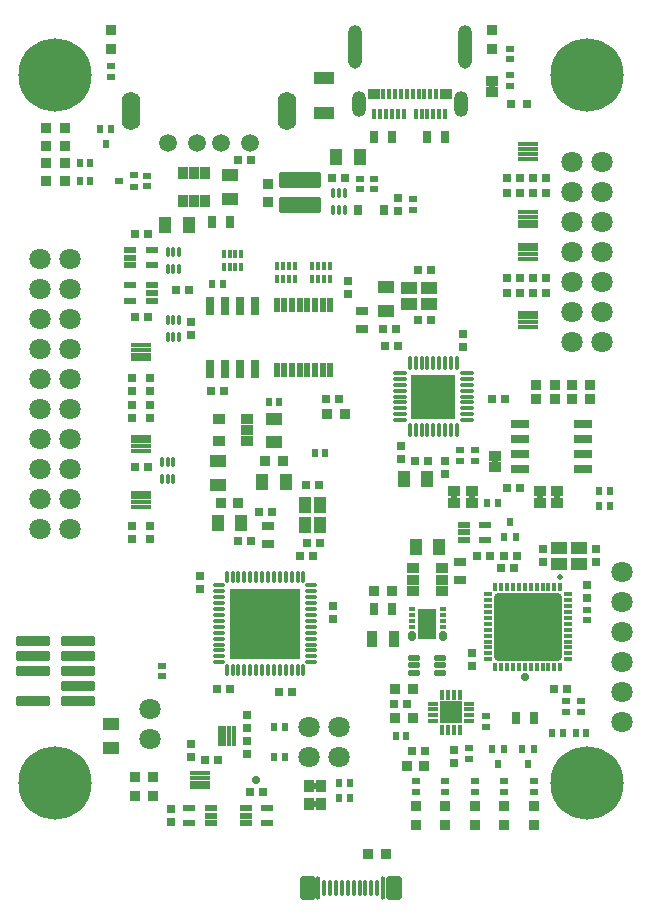
<source format=gts>
%FSLAX46Y46*%
%MOMM*%
%AMPS56*
21,1,1.100000,0.900000,0.000000,0.000000,0.000000*
%
%ADD56PS56*%
%AMPS113*
21,1,1.100000,0.900000,0.000000,0.000000,90.000000*
%
%ADD113PS113*%
%AMPS95*
21,1,1.100000,0.900000,0.000000,0.000000,270.000000*
%
%ADD95PS95*%
%AMPS60*
1,1,1.500000,0.000000,0.000000*
%
%ADD60PS60*%
%AMPS26*
1,1,1.800000,0.000000,0.000000*
%
%ADD26PS26*%
%AMPS85*
1,1,1.800000,0.000000,0.000000*
%
%ADD85PS85*%
%AMPS27*
1,1,1.800000,0.000000,0.000000*
%
%ADD27PS27*%
%AMPS79*
1,1,1.800000,0.000000,0.000000*
%
%ADD79PS79*%
%AMPS62*
1,1,1.500000,0.000000,0.000000*
%
%ADD62PS62*%
%AMPS30*
1,1,1.800000,0.000000,0.000000*
%
%ADD30PS30*%
%AMPS61*
1,1,1.500000,0.000000,0.000000*
%
%ADD61PS61*%
%AMPS29*
1,1,1.800000,0.000000,0.000000*
%
%ADD29PS29*%
%AMPS86*
1,1,1.800000,0.000000,0.000000*
%
%ADD86PS86*%
%AMPS28*
1,1,1.800000,0.000000,0.000000*
%
%ADD28PS28*%
%AMPS78*
1,1,1.800000,0.000000,0.000000*
%
%ADD78PS78*%
%AMPS25*
1,1,1.800000,0.000000,0.000000*
%
%ADD25PS25*%
%AMPS65*
21,1,0.800000,1.100000,0.000000,0.000000,90.000000*
%
%ADD65PS65*%
%AMPS98*
21,1,0.800000,1.100000,0.000000,0.000000,180.000000*
%
%ADD98PS98*%
%AMPS111*
21,1,0.800000,1.100000,0.000000,0.000000,270.000000*
%
%ADD111PS111*%
%AMPS73*
21,1,0.900000,0.900000,0.000000,0.000000,0.000000*
%
%ADD73PS73*%
%AMPS31*
21,1,0.900000,0.900000,0.000000,0.000000,90.000000*
%
%ADD31PS31*%
%AMPS12*
21,1,0.900000,0.900000,0.000000,0.000000,180.000000*
%
%ADD12PS12*%
%AMPS57*
21,1,0.900000,0.900000,0.000000,0.000000,270.000000*
%
%ADD57PS57*%
%AMPS67*
21,1,0.550000,1.150000,0.000000,0.000000,0.000000*
%
%ADD67PS67*%
%AMPS66*
21,1,0.550000,1.150000,0.000000,0.000000,180.000000*
%
%ADD66PS66*%
%AMPS74*
21,1,1.100000,1.350000,0.000000,0.000000,0.000000*
%
%ADD74PS74*%
%AMPS75*
21,1,1.100000,1.350000,0.000000,0.000000,90.000000*
%
%ADD75PS75*%
%AMPS58*
21,1,1.100000,1.350000,0.000000,0.000000,180.000000*
%
%ADD58PS58*%
%AMPS64*
21,1,1.100000,1.350000,0.000000,0.000000,270.000000*
%
%ADD64PS64*%
%AMPS32*
21,1,0.700000,0.600000,0.000000,0.000000,0.000000*
%
%ADD32PS32*%
%AMPS14*
21,1,0.700000,0.600000,0.000000,0.000000,90.000000*
%
%ADD14PS14*%
%AMPS13*
21,1,0.700000,0.600000,0.000000,0.000000,180.000000*
%
%ADD13PS13*%
%AMPS15*
21,1,0.700000,0.600000,0.000000,0.000000,270.000000*
%
%ADD15PS15*%
%AMPS36*
21,1,0.800000,1.400000,0.000000,0.000000,0.000000*
%
%ADD36PS36*%
%AMPS87*
21,1,0.610000,0.500000,0.000000,0.000000,90.000000*
%
%ADD87PS87*%
%AMPS21*
21,1,0.610000,0.500000,0.000000,0.000000,180.000000*
%
%ADD21PS21*%
%AMPS38*
21,1,0.610000,0.500000,0.000000,0.000000,270.000000*
%
%ADD38PS38*%
%AMPS105*
21,1,1.000000,0.800000,0.000000,0.000000,180.000000*
%
%ADD105PS105*%
%AMPS54*
21,1,0.900000,0.850000,0.000000,0.000000,0.000000*
%
%ADD54PS54*%
%AMPS22*
21,1,0.900000,0.850000,0.000000,0.000000,180.000000*
%
%ADD22PS22*%
%AMPS97*
21,1,0.900000,0.850000,0.000000,0.000000,270.000000*
%
%ADD97PS97*%
%AMPS40*
21,1,1.300000,1.100000,0.000000,0.000000,0.000000*
%
%ADD40PS40*%
%AMPS84*
21,1,1.300000,1.100000,0.000000,0.000000,90.000000*
%
%ADD84PS84*%
%AMPS112*
21,1,1.300000,1.100000,0.000000,0.000000,180.000000*
%
%ADD112PS112*%
%AMPS103*
21,1,0.400000,0.800000,0.000000,0.000000,180.000000*
%
%ADD103PS103*%
%AMPS110*
21,1,0.700000,1.600000,0.000000,0.000000,0.000000*
%
%ADD110PS110*%
%AMPS93*
21,1,0.700000,1.600000,0.000000,0.000000,90.000000*
%
%ADD93PS93*%
%AMPS109*
21,1,0.700000,1.600000,0.000000,0.000000,180.000000*
%
%ADD109PS109*%
%AMPS94*
21,1,0.700000,1.600000,0.000000,0.000000,270.000000*
%
%ADD94PS94*%
%AMPS53*
21,1,0.500000,0.700000,0.000000,0.000000,0.000000*
%
%ADD53PS53*%
%AMPS39*
21,1,0.500000,0.700000,0.000000,0.000000,90.000000*
%
%ADD39PS39*%
%AMPS41*
21,1,0.500000,0.700000,0.000000,0.000000,180.000000*
%
%ADD41PS41*%
%AMPS37*
21,1,0.500000,0.700000,0.000000,0.000000,270.000000*
%
%ADD37PS37*%
%AMPS43*
21,1,0.300000,0.800000,0.000000,0.000000,0.000000*
%
%ADD43PS43*%
%AMPS44*
21,1,0.300000,0.800000,0.000000,0.000000,90.000000*
%
%ADD44PS44*%
%AMPS42*
21,1,0.300000,0.800000,0.000000,0.000000,180.000000*
%
%ADD42PS42*%
%AMPS45*
21,1,0.300000,0.800000,0.000000,0.000000,270.000000*
%
%ADD45PS45*%
%AMPS96*
21,1,0.600000,1.000000,0.000000,0.000000,0.000000*
%
%ADD96PS96*%
%AMPS99*
21,1,0.600000,1.000000,0.000000,0.000000,90.000000*
%
%ADD99PS99*%
%AMPS55*
21,1,0.600000,1.000000,0.000000,0.000000,180.000000*
%
%ADD55PS55*%
%AMPS72*
21,1,0.930000,0.730000,0.000000,0.000000,90.000000*
%
%ADD72PS72*%
%AMPS71*
21,1,0.930000,0.730000,0.000000,0.000000,270.000000*
%
%ADD71PS71*%
%AMPS33*
21,1,1.100000,1.700000,0.000000,0.000000,90.000000*
%
%ADD33PS33*%
%AMPS52*
21,1,1.850000,1.850000,0.000000,0.000000,0.000000*
%
%ADD52PS52*%
%AMPS16*
21,1,3.800000,3.800000,0.000000,0.000000,0.000000*
%
%ADD16PS16*%
%AMPS120*
1,1,0.400000,0.000000,0.000000*
%
%ADD120PS120*%
%AMPS127*
1,1,0.700000,0.000000,0.000000*
%
%ADD127PS127*%
%AMPS122*
1,1,0.500000,0.000000,0.000000*
%
%ADD122PS122*%
%AMPS124*
1,1,0.600000,0.000000,0.000000*
%
%ADD124PS124*%
%AMPS125*
1,1,0.600000,0.000000,0.000000*
%
%ADD125PS125*%
%AMPS126*
1,1,0.400000,0.000000,0.000000*
%
%ADD126PS126*%
%AMPS128*
1,1,0.600000,0.000000,0.000000*
%
%ADD128PS128*%
%AMPS121*
1,1,0.600000,0.000000,0.000000*
%
%ADD121PS121*%
%AMPS119*
1,1,0.600000,0.000000,0.000000*
%
%ADD119PS119*%
%AMPS123*
1,1,0.600000,0.000000,0.000000*
%
%ADD123PS123*%
%AMPS129*
1,1,0.700000,0.000000,0.000000*
%
%ADD129PS129*%
%AMPS104*
4,1,4,
-0.600000,0.750000,
0.600000,0.750000,
0.600000,-1.750000,
-0.600000,-1.750000,
-0.600000,0.750000,
0
*
1,1,1.200000,0.000000,-1.750000*
1,1,1.200000,0.000000,0.750000*
%
%ADD104PS104*%
%AMPS106*
4,1,4,
-0.600000,0.750000,
0.600000,0.750000,
0.600000,-1.750000,
-0.600000,-1.750000,
-0.600000,0.750000,
0
*
1,1,1.200000,0.000000,-1.750000*
1,1,1.200000,0.000000,0.750000*
%
%ADD106PS106*%
%AMPS108*
21,1,1.000000,1.200000,0.000000,0.000000,270.000000*
1,1,1.200000,0.000000,-0.500000*
1,1,1.200000,0.000000,0.500000*
%
%ADD108PS108*%
%AMPS107*
21,1,1.000000,1.200000,0.000000,0.000000,270.000000*
1,1,1.200000,0.000000,-0.500000*
1,1,1.200000,0.000000,0.500000*
%
%ADD107PS107*%
%AMPS59*
21,1,1.640000,1.600000,0.000000,0.000000,270.000000*
1,1,1.600000,0.000000,-0.820000*
1,1,1.600000,0.000000,0.820000*
%
%ADD59PS59*%
%AMPS63*
21,1,1.640000,1.600000,0.000000,0.000000,270.000000*
1,1,1.600000,0.000000,-0.820000*
1,1,1.600000,0.000000,0.820000*
%
%ADD63PS63*%
%AMPS81*
1,1,0.200000,-0.175000,-0.075000*
1,1,0.200000,0.175000,0.075000*
1,1,0.200000,-0.175000,0.075000*
1,1,0.200000,0.175000,-0.075000*
21,1,0.350000,0.350000,0.000000,0.000000,90.000000*
21,1,0.150000,0.550000,0.000000,0.000000,90.000000*
%
%ADD81PS81*%
%AMPS80*
1,1,0.200000,0.175000,0.075000*
1,1,0.200000,-0.175000,-0.075000*
1,1,0.200000,0.175000,-0.075000*
1,1,0.200000,-0.175000,0.075000*
21,1,0.350000,0.350000,0.000000,0.000000,270.000000*
21,1,0.150000,0.550000,0.000000,0.000000,270.000000*
%
%ADD80PS80*%
%AMPS118*
1,1,0.500000,2.600000,2.600000*
1,1,0.500000,-2.600000,-2.600000*
1,1,0.500000,2.600000,-2.600000*
1,1,0.500000,-2.600000,2.600000*
21,1,5.700000,5.200000,0.000000,0.000000,270.000000*
21,1,5.200000,5.700000,0.000000,0.000000,270.000000*
%
%ADD118PS118*%
%AMPS46*
1,1,0.200000,-0.100000,0.275000*
1,1,0.200000,0.100000,-0.275000*
1,1,0.200000,0.100000,0.275000*
1,1,0.200000,-0.100000,-0.275000*
21,1,0.400000,0.550000,0.000000,0.000000,0.000000*
21,1,0.200000,0.750000,0.000000,0.000000,0.000000*
%
%ADD46PS46*%
%AMPS47*
1,1,0.200000,0.100000,-0.275000*
1,1,0.200000,-0.100000,0.275000*
1,1,0.200000,-0.100000,-0.275000*
1,1,0.200000,0.100000,0.275000*
21,1,0.400000,0.550000,0.000000,0.000000,180.000000*
21,1,0.200000,0.750000,0.000000,0.000000,180.000000*
%
%ADD47PS47*%
%AMPS115*
1,1,0.200000,-0.100000,0.225000*
1,1,0.200000,0.100000,-0.225000*
1,1,0.200000,0.100000,0.225000*
1,1,0.200000,-0.100000,-0.225000*
21,1,0.400000,0.450000,0.000000,0.000000,0.000000*
21,1,0.200000,0.650000,0.000000,0.000000,0.000000*
%
%ADD115PS115*%
%AMPS116*
1,1,0.200000,-0.225000,-0.100000*
1,1,0.200000,0.225000,0.100000*
1,1,0.200000,-0.225000,0.100000*
1,1,0.200000,0.225000,-0.100000*
21,1,0.400000,0.450000,0.000000,0.000000,90.000000*
21,1,0.200000,0.650000,0.000000,0.000000,90.000000*
%
%ADD116PS116*%
%AMPS117*
1,1,0.200000,0.100000,-0.225000*
1,1,0.200000,-0.100000,0.225000*
1,1,0.200000,-0.100000,-0.225000*
1,1,0.200000,0.100000,0.225000*
21,1,0.400000,0.450000,0.000000,0.000000,180.000000*
21,1,0.200000,0.650000,0.000000,0.000000,180.000000*
%
%ADD117PS117*%
%AMPS114*
1,1,0.200000,0.225000,0.100000*
1,1,0.200000,-0.225000,-0.100000*
1,1,0.200000,0.225000,-0.100000*
1,1,0.200000,-0.225000,0.100000*
21,1,0.400000,0.450000,0.000000,0.000000,270.000000*
21,1,0.200000,0.650000,0.000000,0.000000,270.000000*
%
%ADD114PS114*%
%AMPS20*
1,1,0.200000,-0.070000,0.475000*
1,1,0.200000,0.070000,-0.475000*
1,1,0.200000,0.070000,0.475000*
1,1,0.200000,-0.070000,-0.475000*
21,1,0.340000,0.950000,0.000000,0.000000,0.000000*
21,1,0.140000,1.150000,0.000000,0.000000,0.000000*
%
%ADD20PS20*%
%AMPS18*
1,1,0.200000,-0.475000,-0.070000*
1,1,0.200000,0.475000,0.070000*
1,1,0.200000,-0.475000,0.070000*
1,1,0.200000,0.475000,-0.070000*
21,1,0.340000,0.950000,0.000000,0.000000,90.000000*
21,1,0.140000,1.150000,0.000000,0.000000,90.000000*
%
%ADD18PS18*%
%AMPS17*
1,1,0.200000,0.070000,-0.475000*
1,1,0.200000,-0.070000,0.475000*
1,1,0.200000,-0.070000,-0.475000*
1,1,0.200000,0.070000,0.475000*
21,1,0.340000,0.950000,0.000000,0.000000,180.000000*
21,1,0.140000,1.150000,0.000000,0.000000,180.000000*
%
%ADD17PS17*%
%AMPS19*
1,1,0.200000,0.475000,0.070000*
1,1,0.200000,-0.475000,-0.070000*
1,1,0.200000,0.475000,-0.070000*
1,1,0.200000,-0.475000,0.070000*
21,1,0.340000,0.950000,0.000000,0.000000,270.000000*
21,1,0.140000,1.150000,0.000000,0.000000,270.000000*
%
%ADD19PS19*%
%AMPS69*
1,1,0.300000,-0.490000,0.825000*
1,1,0.300000,0.490000,-0.825000*
1,1,0.300000,0.490000,0.825000*
1,1,0.300000,-0.490000,-0.825000*
21,1,1.280000,1.650000,0.000000,0.000000,0.000000*
21,1,0.980000,1.950000,0.000000,0.000000,0.000000*
%
%ADD69PS69*%
%AMPS83*
1,1,0.300000,0.650000,-1.150000*
1,1,0.300000,-0.650000,1.150000*
1,1,0.300000,-0.650000,-1.150000*
1,1,0.300000,0.650000,1.150000*
21,1,1.600000,2.300000,0.000000,0.000000,180.000000*
21,1,1.300000,2.600000,0.000000,0.000000,180.000000*
%
%ADD83PS83*%
%AMPS34*
1,1,0.200000,-0.100000,0.285000*
1,1,0.200000,0.100000,-0.285000*
1,1,0.200000,0.100000,0.285000*
1,1,0.200000,-0.100000,-0.285000*
21,1,0.400000,0.570000,0.000000,0.000000,0.000000*
21,1,0.200000,0.770000,0.000000,0.000000,0.000000*
%
%ADD34PS34*%
%AMPS35*
1,1,0.200000,0.100000,-0.285000*
1,1,0.200000,-0.100000,0.285000*
1,1,0.200000,-0.100000,-0.285000*
1,1,0.200000,0.100000,0.285000*
21,1,0.400000,0.570000,0.000000,0.000000,180.000000*
21,1,0.200000,0.770000,0.000000,0.000000,180.000000*
%
%ADD35PS35*%
%AMPS100*
1,1,0.300000,-1.300000,-0.300000*
1,1,0.300000,1.300000,0.300000*
1,1,0.300000,-1.300000,0.300000*
1,1,0.300000,1.300000,-0.300000*
21,1,0.900000,2.600000,0.000000,0.000000,90.000000*
21,1,0.600000,2.900000,0.000000,0.000000,90.000000*
%
%ADD100PS100*%
%AMPS70*
1,1,0.300000,-0.050000,0.825000*
1,1,0.300000,0.050000,-0.825000*
1,1,0.300000,0.050000,0.825000*
1,1,0.300000,-0.050000,-0.825000*
21,1,0.400000,1.650000,0.000000,0.000000,0.000000*
21,1,0.100000,1.950000,0.000000,0.000000,0.000000*
%
%ADD70PS70*%
%AMPS82*
1,1,0.300000,-0.150000,-0.275000*
1,1,0.300000,0.150000,0.275000*
1,1,0.300000,-0.150000,0.275000*
1,1,0.300000,0.150000,-0.275000*
21,1,0.850000,0.300000,0.000000,0.000000,90.000000*
21,1,0.550000,0.600000,0.000000,0.000000,90.000000*
%
%ADD82PS82*%
%AMPS101*
1,1,0.300000,-1.600000,0.550000*
1,1,0.300000,1.600000,-0.550000*
1,1,0.300000,1.600000,0.550000*
1,1,0.300000,-1.600000,-0.550000*
21,1,3.500000,1.100000,0.000000,0.000000,0.000000*
21,1,3.200000,1.400000,0.000000,0.000000,0.000000*
%
%ADD101PS101*%
%AMPS102*
1,1,0.300000,1.600000,-0.550000*
1,1,0.300000,-1.600000,0.550000*
1,1,0.300000,-1.600000,-0.550000*
1,1,0.300000,1.600000,0.550000*
21,1,3.500000,1.100000,0.000000,0.000000,180.000000*
21,1,3.200000,1.400000,0.000000,0.000000,180.000000*
%
%ADD102PS102*%
%AMPS88*
1,1,0.200000,-0.070000,0.375000*
1,1,0.200000,0.070000,-0.375000*
1,1,0.200000,0.070000,0.375000*
1,1,0.200000,-0.070000,-0.375000*
21,1,0.340000,0.750000,0.000000,0.000000,0.000000*
21,1,0.140000,0.950000,0.000000,0.000000,0.000000*
%
%ADD88PS88*%
%AMPS89*
1,1,0.200000,-0.375000,-0.070000*
1,1,0.200000,0.375000,0.070000*
1,1,0.200000,-0.375000,0.070000*
1,1,0.200000,0.375000,-0.070000*
21,1,0.340000,0.750000,0.000000,0.000000,90.000000*
21,1,0.140000,0.950000,0.000000,0.000000,90.000000*
%
%ADD89PS89*%
%AMPS90*
1,1,0.200000,0.070000,-0.375000*
1,1,0.200000,-0.070000,0.375000*
1,1,0.200000,-0.070000,-0.375000*
1,1,0.200000,0.070000,0.375000*
21,1,0.340000,0.750000,0.000000,0.000000,180.000000*
21,1,0.140000,0.950000,0.000000,0.000000,180.000000*
%
%ADD90PS90*%
%AMPS91*
1,1,0.200000,0.375000,0.070000*
1,1,0.200000,-0.375000,-0.070000*
1,1,0.200000,0.375000,-0.070000*
1,1,0.200000,-0.375000,0.070000*
21,1,0.340000,0.750000,0.000000,0.000000,270.000000*
21,1,0.140000,0.950000,0.000000,0.000000,270.000000*
%
%ADD91PS91*%
%AMPS23*
1,1,0.200000,-0.450000,-0.162500*
1,1,0.200000,0.450000,0.162500*
1,1,0.200000,-0.450000,0.162500*
1,1,0.200000,0.450000,-0.162500*
21,1,0.525000,0.900000,0.000000,0.000000,90.000000*
21,1,0.325000,1.100000,0.000000,0.000000,90.000000*
%
%ADD23PS23*%
%AMPS24*
1,1,0.200000,0.450000,0.162500*
1,1,0.200000,-0.450000,-0.162500*
1,1,0.200000,0.450000,-0.162500*
1,1,0.200000,-0.450000,0.162500*
21,1,0.525000,0.900000,0.000000,0.000000,270.000000*
21,1,0.325000,1.100000,0.000000,0.000000,270.000000*
%
%ADD24PS24*%
%AMPS68*
1,1,0.300000,-0.050000,0.525000*
1,1,0.300000,0.050000,-0.525000*
1,1,0.300000,0.050000,0.525000*
1,1,0.300000,-0.050000,-0.525000*
21,1,0.400000,1.050000,0.000000,0.000000,0.000000*
21,1,0.100000,1.350000,0.000000,0.000000,0.000000*
%
%ADD68PS68*%
%AMPS76*
1,1,0.300000,-0.350000,-0.100000*
1,1,0.300000,0.350000,0.100000*
1,1,0.300000,-0.350000,0.100000*
1,1,0.300000,0.350000,-0.100000*
21,1,0.500000,0.700000,0.000000,0.000000,90.000000*
21,1,0.200000,1.000000,0.000000,0.000000,90.000000*
%
%ADD76PS76*%
%AMPS77*
1,1,0.300000,0.350000,0.100000*
1,1,0.300000,-0.350000,-0.100000*
1,1,0.300000,0.350000,-0.100000*
1,1,0.300000,-0.350000,0.100000*
21,1,0.500000,0.700000,0.000000,0.000000,270.000000*
21,1,0.200000,1.000000,0.000000,0.000000,270.000000*
%
%ADD77PS77*%
%AMPS10*
1,1,6.200000,0.000000,0.000000*
%
%ADD10PS10*%
%AMPS11*
1,1,6.200000,0.000000,0.000000*
%
%ADD11PS11*%
%AMPS51*
1,1,0.400000,0.000000,0.250000*
4,1,4,
-0.200000,-0.450000,
-0.200000,0.250000,
0.200000,0.250000,
0.200000,-0.450000,
-0.200000,-0.450000,
0
*
%
%ADD51PS51*%
%AMPS50*
1,1,0.400000,-0.250000,0.000000*
4,1,4,
0.450000,-0.200000,
-0.250000,-0.200000,
-0.250000,0.200000,
0.450000,0.200000,
0.450000,-0.200000,
0
*
%
%ADD50PS50*%
%AMPS49*
1,1,0.400000,0.000000,-0.250000*
4,1,4,
0.200000,0.450000,
0.200000,-0.250000,
-0.200000,-0.250000,
-0.200000,0.450000,
0.200000,0.450000,
0
*
%
%ADD49PS49*%
%AMPS48*
1,1,0.400000,0.250000,0.000000*
4,1,4,
-0.450000,0.200000,
0.250000,0.200000,
0.250000,-0.200000,
-0.450000,-0.200000,
-0.450000,0.200000,
0
*
%
%ADD48PS48*%
%AMPS92*
21,1,6.000000,6.000000,0.000000,0.000000,270.000000*
%
%ADD92PS92*%
G01*
%LPD*%
G36*
X12000000Y36500000D02*
X12000000Y38000000D01*
X12500000Y38000000D01*
X12500000Y36500000D01*
X12000000Y36500000D01*
D02*
G37*
%LPD*%
G36*
X11750000Y68250000D02*
X11750000Y69750000D01*
X12250000Y69750000D01*
X12250000Y68250000D01*
X11750000Y68250000D01*
D02*
G37*
%LPD*%
G36*
X8500000Y33500000D02*
X8500000Y35000000D01*
X9000000Y35000000D01*
X9000000Y33500000D01*
X8500000Y33500000D01*
D02*
G37*
%LPD*%
G36*
X15750000Y33500000D02*
X15750000Y35000000D01*
X16250000Y35000000D01*
X16250000Y33500000D01*
X15750000Y33500000D01*
D02*
G37*
%LPD*%
G36*
X17250000Y33500000D02*
X17250000Y35000000D01*
X17750000Y35000000D01*
X17750000Y33500000D01*
X17250000Y33500000D01*
D02*
G37*
%LPD*%
G36*
X10000000Y33500000D02*
X10000000Y35000000D01*
X10500000Y35000000D01*
X10500000Y33500000D01*
X10000000Y33500000D01*
D02*
G37*
%LPD*%
G36*
X-3750000Y10000000D02*
X-2250000Y10000000D01*
X-2250000Y9500000D01*
X-3750000Y9500000D01*
X-3750000Y10000000D01*
D02*
G37*
%LPD*%
G36*
X-2250000Y8000000D02*
X-3750000Y8000000D01*
X-3750000Y8500000D01*
X-2250000Y8500000D01*
X-2250000Y8000000D01*
D02*
G37*
G01*
%LPD*%
G75*
D10*
X-25000000Y70000000D03*
D11*
X-25000000Y10000000D03*
D11*
X20000000Y10000000D03*
D10*
X20000000Y70000000D03*
D12*
X17300000Y42500000D03*
D12*
X15700000Y42500000D03*
D13*
X3700000Y16750000D03*
D13*
X4800000Y16750000D03*
D14*
X-18500000Y42050000D03*
D14*
X-18500000Y40950000D03*
D15*
X-18500000Y30700000D03*
D15*
X-18500000Y31800000D03*
D16*
X7000000Y42750000D03*
D17*
X9000000Y45580000D03*
D18*
X9830000Y43750000D03*
D18*
X9830000Y44250000D03*
D19*
X4170000Y43250000D03*
D17*
X8500000Y45580000D03*
D19*
X4170000Y41250000D03*
D18*
X9830000Y40750000D03*
D19*
X4170000Y42750000D03*
D17*
X7500000Y45580000D03*
D19*
X4170000Y40750000D03*
D20*
X8500000Y39920000D03*
D17*
X6500000Y45580000D03*
D17*
X7000000Y45580000D03*
D18*
X9830000Y43250000D03*
D19*
X4170000Y42250000D03*
D20*
X5000000Y39920000D03*
D17*
X6000000Y45580000D03*
D17*
X5000000Y45580000D03*
D19*
X4170000Y43750000D03*
D20*
X9000000Y39920000D03*
D17*
X5500000Y45580000D03*
D19*
X4170000Y44750000D03*
D18*
X9830000Y41750000D03*
D18*
X9830000Y42750000D03*
D20*
X6500000Y39920000D03*
D17*
X8000000Y45580000D03*
D20*
X7500000Y39920000D03*
D19*
X4170000Y41750000D03*
D20*
X7000000Y39920000D03*
D18*
X9830000Y42250000D03*
D18*
X9830000Y41250000D03*
D18*
X9830000Y44750000D03*
D19*
X4170000Y44250000D03*
D20*
X6000000Y39920000D03*
D20*
X5500000Y39920000D03*
D20*
X8000000Y39920000D03*
D14*
X-15250000Y7800000D03*
D14*
X-15250000Y6700000D03*
D21*
X-18350000Y60500000D03*
D21*
X-18350000Y61500000D03*
D21*
X-19650000Y61000000D03*
D22*
X3750000Y15500000D03*
D22*
X5250000Y15500000D03*
D12*
X-24200000Y62500000D03*
D12*
X-25800000Y62500000D03*
D23*
X-16850000Y53850000D03*
D24*
X-18650000Y54500000D03*
D23*
X-16850000Y55150000D03*
D24*
X-18650000Y55150000D03*
D24*
X-18650000Y53850000D03*
D14*
X10250000Y21050000D03*
D14*
X10250000Y19950000D03*
D25*
X-23730000Y51890000D03*
D26*
X-26270000Y46810000D03*
D27*
X-23730000Y34110000D03*
D25*
X-23730000Y44270000D03*
D25*
X-23730000Y31570000D03*
D28*
X-23730000Y41730000D03*
D29*
X-26270000Y34110000D03*
D27*
X-26270000Y54430000D03*
D28*
X-23730000Y54430000D03*
D26*
X-26270000Y49350000D03*
D26*
X-23730000Y39190000D03*
D30*
X-26270000Y44270000D03*
D26*
X-26270000Y31570000D03*
D28*
X-26270000Y39190000D03*
D29*
X-23730000Y46810000D03*
D25*
X-26270000Y41730000D03*
D28*
X-23730000Y36650000D03*
D28*
X-26270000Y36650000D03*
D25*
X-26270000Y51890000D03*
D27*
X-23730000Y49350000D03*
D31*
X12000000Y72200000D03*
D31*
X12000000Y73800000D03*
D32*
X11800000Y29250000D03*
D32*
X10700000Y29250000D03*
D33*
X-2250000Y66750000D03*
D33*
X-2250000Y69750000D03*
D34*
X-14500000Y53510000D03*
D35*
X-15000000Y54990000D03*
D34*
X-15000000Y53510000D03*
D34*
X-15500000Y53510000D03*
D35*
X-14500000Y54990000D03*
D35*
X-15500000Y54990000D03*
D36*
X1800000Y22250000D03*
D36*
X3700000Y22250000D03*
D37*
X19500000Y16950000D03*
D37*
X19500000Y16050000D03*
D13*
X13200000Y35000000D03*
D13*
X14300000Y35000000D03*
D13*
X2950000Y47000000D03*
D13*
X4050000Y47000000D03*
D37*
X5250000Y59450000D03*
D37*
X5250000Y58550000D03*
D15*
X-18500000Y43200000D03*
D15*
X-18500000Y44300000D03*
D38*
X13000000Y12900000D03*
D38*
X12000000Y12900000D03*
D38*
X12500000Y11600000D03*
D39*
X10000000Y12050000D03*
D39*
X10000000Y12950000D03*
D40*
X19350000Y29899998D03*
D40*
X17650000Y29899998D03*
D40*
X17650000Y28599998D03*
D40*
X19350000Y28599998D03*
D14*
X9500000Y48050000D03*
D14*
X9500000Y46950000D03*
D41*
X-50000Y8750000D03*
D41*
X-950000Y8750000D03*
D32*
X-2700000Y35250000D03*
D32*
X-3800000Y35250000D03*
D34*
X-500000Y58510000D03*
D35*
X-1000000Y59990000D03*
D34*
X-1000000Y58510000D03*
D34*
X-1500000Y58510000D03*
D35*
X-500000Y59990000D03*
D35*
X-1500000Y59990000D03*
D13*
X13200000Y60000000D03*
D13*
X14300000Y60000000D03*
D39*
X5500000Y9300000D03*
D39*
X5500000Y10200000D03*
D29*
X21270000Y60080000D03*
D26*
X18730000Y55000000D03*
D25*
X21270000Y52460000D03*
D29*
X21270000Y49920000D03*
D29*
X18730000Y62620000D03*
D25*
X21270000Y62620000D03*
D29*
X18730000Y57540000D03*
D28*
X21270000Y47380000D03*
D28*
X18730000Y52460000D03*
D25*
X18730000Y47380000D03*
D26*
X21270000Y55000000D03*
D26*
X18730000Y49920000D03*
D28*
X18730000Y60080000D03*
D29*
X21270000Y57540000D03*
D37*
X9250000Y38200000D03*
D37*
X9250000Y37300000D03*
D37*
X13500000Y69950000D03*
D37*
X13500000Y69050000D03*
D42*
X-10700000Y13550000D03*
D43*
X-11100000Y13550000D03*
D42*
X-9900000Y14450000D03*
D42*
X-9900000Y13550000D03*
D42*
X-11100000Y14450000D03*
D42*
X-10700000Y14450000D03*
D42*
X-10300000Y13550000D03*
D42*
X-10300000Y14450000D03*
D32*
X-3200000Y29250000D03*
D32*
X-4300000Y29250000D03*
D32*
X-13700000Y51750000D03*
D32*
X-14800000Y51750000D03*
D44*
X14550000Y55200000D03*
D45*
X14550000Y55600000D03*
D44*
X15450000Y54400000D03*
D44*
X14550000Y54400000D03*
D44*
X15450000Y55600000D03*
D44*
X15450000Y55200000D03*
D44*
X14550000Y54800000D03*
D44*
X15450000Y54800000D03*
D41*
X21950000Y34750000D03*
D41*
X21050000Y34750000D03*
D46*
X-5750000Y52675000D03*
D46*
X-4750000Y52675000D03*
D47*
X-5250000Y53825000D03*
D47*
X-4750000Y53825000D03*
D47*
X-6250000Y53825000D03*
D46*
X-6250000Y52675000D03*
D47*
X-5750000Y53825000D03*
D46*
X-5250000Y52675000D03*
D48*
X7000000Y15750000D03*
D48*
X7000000Y15250000D03*
D49*
X9250000Y17500000D03*
D50*
X10000000Y15750000D03*
D51*
X9250000Y14500000D03*
D50*
X10000000Y15250000D03*
D49*
X8250000Y17500000D03*
D48*
X7000000Y16750000D03*
D51*
X8250000Y14500000D03*
D51*
X8750000Y14500000D03*
D50*
X10000000Y16750000D03*
D49*
X7750000Y17500000D03*
D48*
X7000000Y16250000D03*
D49*
X8750000Y17500000D03*
D51*
X7750000Y14500000D03*
D50*
X10000000Y16250000D03*
D52*
X8500000Y16000000D03*
D53*
X-6450000Y14750000D03*
D53*
X-5550000Y14750000D03*
D13*
X-8550000Y9250000D03*
D13*
X-7450000Y9250000D03*
D54*
X3000000Y4000000D03*
D54*
X1500000Y4000000D03*
D55*
X3500000Y64750000D03*
D55*
X2000000Y64750000D03*
D56*
X12250000Y37750000D03*
D56*
X12250000Y36750000D03*
D57*
X15500000Y8050000D03*
D57*
X15500000Y6450000D03*
D28*
X-17000000Y16270000D03*
D25*
X-17000000Y13730000D03*
D58*
X-13700056Y57250008D03*
D58*
X-15700056Y57250008D03*
D44*
X14550000Y63700000D03*
D45*
X14550000Y64100000D03*
D44*
X15450000Y62900000D03*
D44*
X14550000Y62900000D03*
D44*
X15450000Y64100000D03*
D44*
X15450000Y63700000D03*
D44*
X14550000Y63300000D03*
D44*
X15450000Y63300000D03*
D59*
X-18570000Y66960000D03*
D60*
X-13000000Y64250000D03*
D61*
X-11000000Y64250000D03*
D61*
X-15500000Y64250000D03*
D62*
X-8500000Y64250000D03*
D63*
X-5430000Y66960000D03*
D64*
X-20250008Y14999944D03*
D64*
X-20250008Y12999944D03*
D56*
X12000000Y69500000D03*
D56*
X12000000Y68500000D03*
D53*
X-6450000Y12250000D03*
D53*
X-5550000Y12250000D03*
D14*
X-1500000Y25050000D03*
D14*
X-1500000Y23950000D03*
D14*
X-8750000Y15800000D03*
D14*
X-8750000Y14700000D03*
D23*
X-7100000Y6600000D03*
D24*
X-8900000Y7250000D03*
D23*
X-7100000Y7900000D03*
D24*
X-8900000Y7900000D03*
D24*
X-8900000Y6600000D03*
D32*
X16550000Y61250000D03*
D32*
X15450000Y61250000D03*
D56*
X8750000Y34750000D03*
D56*
X8750000Y33750000D03*
D65*
X-8759818Y39922320D03*
D65*
X-11159818Y40872320D03*
D65*
X-8759818Y38972320D03*
D65*
X-11159818Y38972320D03*
D65*
X-8759818Y40872320D03*
D66*
X-1725000Y50525000D03*
D66*
X-5625000Y50525000D03*
D67*
X-4325000Y44975000D03*
D67*
X-4975000Y44975000D03*
D66*
X-3675000Y50525000D03*
D67*
X-3675000Y44975000D03*
D67*
X-5625000Y44975000D03*
D66*
X-2375000Y50525000D03*
D66*
X-4975000Y50525000D03*
D67*
X-2375000Y44975000D03*
D66*
X-6275000Y50525000D03*
D67*
X-1725000Y44975000D03*
D67*
X-6275000Y44975000D03*
D66*
X-3025000Y50525000D03*
D66*
X-4325000Y50525000D03*
D67*
X-3025000Y44975000D03*
D15*
X16250000Y28699998D03*
D15*
X16250000Y29799998D03*
D32*
X13050000Y42500000D03*
D32*
X11950000Y42500000D03*
D68*
X-2250000Y1125000D03*
D68*
X-750000Y1125000D03*
D68*
X2250000Y1125000D03*
D68*
X250000Y1125000D03*
D69*
X-3640000Y1125000D03*
D70*
X2750000Y1125000D03*
D68*
X-250000Y1125000D03*
D68*
X-1250000Y1125000D03*
D69*
X3640000Y1125000D03*
D68*
X1250000Y1125000D03*
D70*
X-2750000Y1125000D03*
D68*
X-1750000Y1125000D03*
D68*
X750000Y1125000D03*
D68*
X1750000Y1125000D03*
D13*
X13200000Y61250000D03*
D13*
X14300000Y61250000D03*
D71*
X640000Y58500000D03*
D72*
X2860000Y58500000D03*
D13*
X2700000Y48500000D03*
D13*
X3800000Y48500000D03*
D41*
X19950000Y14250000D03*
D41*
X19050000Y14250000D03*
D56*
X16000000Y34750000D03*
D56*
X16000000Y33750000D03*
D55*
X3500000Y24750000D03*
D55*
X2000000Y24750000D03*
D73*
X-25800000Y64000000D03*
D73*
X-24200000Y64000000D03*
D22*
X3750000Y18000000D03*
D22*
X5250000Y18000000D03*
D15*
X-17000000Y30700000D03*
D15*
X-17000000Y31800000D03*
D58*
X-9250056Y32000008D03*
D58*
X-11250056Y32000008D03*
D15*
X20750000Y28699998D03*
D15*
X20750000Y29799998D03*
D53*
X-22950000Y62500000D03*
D53*
X-22050000Y62500000D03*
D13*
X-11300000Y18000000D03*
D13*
X-10200000Y18000000D03*
D37*
X13500000Y72200000D03*
D37*
X13500000Y71300000D03*
D74*
X-1249944Y62999992D03*
D74*
X750056Y62999992D03*
D75*
X3000008Y50000056D03*
D75*
X3000008Y52000056D03*
D37*
X18250000Y16950000D03*
D37*
X18250000Y16050000D03*
D58*
X6499944Y35750008D03*
D58*
X4499944Y35750008D03*
D31*
X-18250000Y8950000D03*
D31*
X-18250000Y10550000D03*
D13*
X17200000Y18000000D03*
D13*
X18300000Y18000000D03*
D76*
X7600000Y20650000D03*
D77*
X5400000Y19350000D03*
D77*
X5400000Y20650000D03*
D76*
X7600000Y20000000D03*
D76*
X7600000Y19350000D03*
D77*
X5400000Y20000000D03*
D41*
X21950000Y33500000D03*
D41*
X21050000Y33500000D03*
D58*
X-5500056Y35500008D03*
D58*
X-7500056Y35500008D03*
D53*
X3800000Y14000000D03*
D53*
X4700000Y14000000D03*
D39*
X20000000Y23800000D03*
D39*
X20000000Y24700000D03*
D32*
X6800000Y53500000D03*
D32*
X5700000Y53500000D03*
D15*
X-17000000Y43200000D03*
D15*
X-17000000Y44300000D03*
D45*
X15450000Y49050000D03*
D44*
X15450000Y48650000D03*
D45*
X14550000Y49850000D03*
D45*
X15450000Y49850000D03*
D45*
X14550000Y48650000D03*
D45*
X14550000Y49050000D03*
D45*
X15450000Y49450000D03*
D45*
X14550000Y49450000D03*
D14*
X-250000Y52550000D03*
D14*
X-250000Y51450000D03*
D78*
X-3520000Y14770000D03*
D78*
X-980000Y12230000D03*
D79*
X-3520000Y12230000D03*
D78*
X-980000Y14770000D03*
D56*
X17500000Y34750000D03*
D56*
X17500000Y33750000D03*
D39*
X15500000Y9300000D03*
D39*
X15500000Y10200000D03*
D53*
X-22950000Y61000000D03*
D53*
X-22050000Y61000000D03*
D14*
X-17000000Y42050000D03*
D14*
X-17000000Y40950000D03*
D73*
X-25800000Y65500000D03*
D73*
X-24200000Y65500000D03*
D37*
X-16000000Y19950000D03*
D37*
X-16000000Y19050000D03*
D55*
X8000000Y64750000D03*
D55*
X6500000Y64750000D03*
D57*
X13000000Y8050000D03*
D57*
X13000000Y6450000D03*
D15*
X-13500000Y47950000D03*
D15*
X-13500000Y49050000D03*
D64*
X-11250008Y37249944D03*
D64*
X-11250008Y35249944D03*
D56*
X10250000Y34750000D03*
D56*
X10250000Y33750000D03*
D39*
X8000000Y9300000D03*
D39*
X8000000Y10200000D03*
D80*
X5180000Y23250000D03*
D81*
X7820000Y24250000D03*
D80*
X5180000Y24250000D03*
D81*
X7820000Y23750000D03*
D82*
X7800000Y22500000D03*
D81*
X7820000Y23250000D03*
D83*
X6500000Y23500000D03*
D82*
X5200000Y22500000D03*
D80*
X5180000Y24750000D03*
D80*
X5180000Y23750000D03*
D81*
X7820000Y24750000D03*
D13*
X-9550000Y30500000D03*
D13*
X-8450000Y30500000D03*
D13*
X-2050000Y42500000D03*
D13*
X-950000Y42500000D03*
D13*
X-18300000Y56500000D03*
D13*
X-17200000Y56500000D03*
D41*
X-50000Y10000000D03*
D41*
X-950000Y10000000D03*
D22*
X-7250000Y37250000D03*
D22*
X-5750000Y37250000D03*
D57*
X10500000Y8050000D03*
D57*
X10500000Y6450000D03*
D22*
X-11000000Y33750000D03*
D22*
X-9500000Y33750000D03*
D15*
X8000000Y36200000D03*
D15*
X8000000Y37300000D03*
D39*
X2000000Y60300000D03*
D39*
X2000000Y61200000D03*
D22*
X4750000Y11500000D03*
D22*
X6250000Y11500000D03*
D45*
X15450000Y57550000D03*
D44*
X15450000Y57150000D03*
D45*
X14550000Y58350000D03*
D45*
X15450000Y58350000D03*
D45*
X14550000Y57150000D03*
D45*
X14550000Y57550000D03*
D45*
X15450000Y57950000D03*
D45*
X14550000Y57950000D03*
D13*
X5200000Y12750000D03*
D13*
X6300000Y12750000D03*
D58*
X7499944Y30000008D03*
D58*
X5499944Y30000008D03*
D39*
X13000000Y9300000D03*
D39*
X13000000Y10200000D03*
D84*
X-3900000Y33600000D03*
D84*
X-3900000Y31900000D03*
D84*
X-2600000Y31900000D03*
D84*
X-2600000Y33600000D03*
D45*
X-12300000Y10050000D03*
D44*
X-12300000Y9650000D03*
D45*
X-13200000Y10850000D03*
D45*
X-12300000Y10850000D03*
D45*
X-13200000Y9650000D03*
D45*
X-13200000Y10050000D03*
D45*
X-12300000Y10450000D03*
D45*
X-13200000Y10450000D03*
D34*
X-15000000Y35760000D03*
D35*
X-15500000Y37240000D03*
D34*
X-15500000Y35760000D03*
D34*
X-16000000Y35760000D03*
D35*
X-15000000Y37240000D03*
D35*
X-16000000Y37240000D03*
D78*
X23000000Y22770000D03*
D85*
X23000000Y15150000D03*
D79*
X23000000Y17690000D03*
D86*
X23000000Y25310000D03*
D85*
X23000000Y20230000D03*
D86*
X23000000Y27850000D03*
D87*
X13000000Y30850000D03*
D87*
X14000000Y30850000D03*
D87*
X13500000Y32150000D03*
D44*
X-18200000Y34200000D03*
D45*
X-18200000Y34600000D03*
D44*
X-17300000Y33400000D03*
D44*
X-18200000Y33400000D03*
D44*
X-17300000Y34600000D03*
D44*
X-17300000Y34200000D03*
D44*
X-18200000Y33800000D03*
D44*
X-17300000Y33800000D03*
D15*
X-8750000Y12450000D03*
D15*
X-8750000Y13550000D03*
D32*
X-4950000Y17750000D03*
D32*
X-6050000Y17750000D03*
D32*
X16550000Y60000000D03*
D32*
X15450000Y60000000D03*
D45*
X-17300000Y38550000D03*
D44*
X-17300000Y38150000D03*
D45*
X-18200000Y39350000D03*
D45*
X-17300000Y39350000D03*
D45*
X-18200000Y38150000D03*
D45*
X-18200000Y38550000D03*
D45*
X-17300000Y38950000D03*
D45*
X-18200000Y38950000D03*
D73*
X18700000Y42500000D03*
D73*
X20300000Y42500000D03*
D15*
X13550000Y67500000D03*
D14*
X14950000Y67500000D03*
D88*
X-6000000Y19570000D03*
D89*
X-3320000Y24750000D03*
D88*
X-10000000Y19570000D03*
D90*
X-6000000Y27430000D03*
D89*
X-3320000Y20250000D03*
D88*
X-7000000Y19570000D03*
D88*
X-8000000Y19570000D03*
D91*
X-11180000Y22750000D03*
D89*
X-3320000Y21250000D03*
D88*
X-6500000Y19570000D03*
D89*
X-3320000Y23750000D03*
D91*
X-11180000Y21750000D03*
D91*
X-11180000Y26250000D03*
D89*
X-3320000Y20750000D03*
D88*
X-9500000Y19570000D03*
D91*
X-11180000Y23250000D03*
D89*
X-3320000Y26250000D03*
D89*
X-3320000Y21750000D03*
D91*
X-11180000Y26750000D03*
D89*
X-3320000Y22750000D03*
D91*
X-11180000Y24750000D03*
D90*
X-7000000Y27430000D03*
D91*
X-11180000Y21250000D03*
D89*
X-3320000Y25750000D03*
D91*
X-11180000Y25750000D03*
D88*
X-5000000Y19570000D03*
D89*
X-3320000Y23250000D03*
D88*
X-9000000Y19570000D03*
D89*
X-3320000Y24250000D03*
D90*
X-8000000Y27430000D03*
D90*
X-5000000Y27430000D03*
D92*
X-7250000Y23500000D03*
D89*
X-3320000Y26750000D03*
D91*
X-11180000Y22250000D03*
D88*
X-8500000Y19570000D03*
D91*
X-11180000Y24250000D03*
D90*
X-4000000Y27430000D03*
D91*
X-11180000Y20750000D03*
D89*
X-3320000Y25250000D03*
D88*
X-5500000Y19570000D03*
D91*
X-11180000Y23750000D03*
D90*
X-8500000Y27430000D03*
D90*
X-10000000Y27430000D03*
D90*
X-6500000Y27430000D03*
D88*
X-4000000Y19570000D03*
D91*
X-11180000Y20250000D03*
D88*
X-10500000Y19570000D03*
D88*
X-7500000Y19570000D03*
D90*
X-5500000Y27430000D03*
D90*
X-7500000Y27430000D03*
D89*
X-3320000Y22250000D03*
D90*
X-9000000Y27430000D03*
D90*
X-10500000Y27430000D03*
D90*
X-9500000Y27430000D03*
D91*
X-11180000Y25250000D03*
D88*
X-4500000Y19570000D03*
D90*
X-4500000Y27430000D03*
D32*
X6800000Y49250000D03*
D32*
X5700000Y49250000D03*
D93*
X19700000Y37865000D03*
D93*
X19700000Y40405000D03*
D94*
X14300000Y37865000D03*
D93*
X19700000Y36595000D03*
D93*
X19700000Y39135000D03*
D94*
X14300000Y40405000D03*
D94*
X14300000Y39135000D03*
D94*
X14300000Y36595000D03*
D46*
X-2750000Y52675000D03*
D46*
X-1750000Y52675000D03*
D47*
X-2250000Y53825000D03*
D47*
X-1750000Y53825000D03*
D47*
X-3250000Y53825000D03*
D46*
X-3250000Y52675000D03*
D47*
X-2750000Y53825000D03*
D46*
X-2250000Y52675000D03*
D32*
X16550000Y52750000D03*
D32*
X15450000Y52750000D03*
D73*
X18700000Y43750000D03*
D73*
X20300000Y43750000D03*
D31*
X-20250000Y72200000D03*
D31*
X-20250000Y73800000D03*
D13*
X-11800000Y43250000D03*
D13*
X-10700000Y43250000D03*
D15*
X20000000Y25700000D03*
D15*
X20000000Y26800000D03*
D13*
X13200000Y51500000D03*
D13*
X14300000Y51500000D03*
D95*
X-2500000Y9750000D03*
D95*
X-3500000Y9750000D03*
D44*
X-18200000Y46700000D03*
D45*
X-18200000Y47100000D03*
D44*
X-17300000Y45900000D03*
D44*
X-18200000Y45900000D03*
D44*
X-17300000Y47100000D03*
D44*
X-17300000Y46700000D03*
D44*
X-18200000Y46300000D03*
D44*
X-17300000Y46300000D03*
D35*
X-15500000Y49240000D03*
D34*
X-15000000Y47760000D03*
D35*
X-15000000Y49240000D03*
D35*
X-14500000Y49240000D03*
D34*
X-15500000Y47760000D03*
D34*
X-14500000Y47760000D03*
D38*
X15500000Y12900000D03*
D38*
X14500000Y12900000D03*
D38*
X15000000Y11600000D03*
D53*
X11550000Y33750000D03*
D53*
X12450000Y33750000D03*
D96*
X14000000Y15500000D03*
D96*
X15500000Y15500000D03*
D97*
X-7000000Y59250000D03*
D97*
X-7000000Y60750000D03*
D98*
X-13250000Y61700000D03*
D98*
X-12300000Y59300000D03*
D98*
X-14200000Y59300000D03*
D98*
X-12300000Y61700000D03*
D98*
X-13250000Y59300000D03*
D98*
X-14200000Y61700000D03*
D32*
X16550000Y51500000D03*
D32*
X15450000Y51500000D03*
D32*
X-11200000Y12000000D03*
D32*
X-12300000Y12000000D03*
D32*
X-450000Y61250000D03*
D32*
X-1550000Y61250000D03*
D57*
X8000000Y8050000D03*
D57*
X8000000Y6450000D03*
D99*
X-7000000Y30250000D03*
D99*
X-7000000Y31750000D03*
D13*
X-7800000Y33000000D03*
D13*
X-6700000Y33000000D03*
D24*
X-18650000Y52150000D03*
D23*
X-16850000Y51500000D03*
D24*
X-18650000Y50850000D03*
D23*
X-16850000Y50850000D03*
D23*
X-16850000Y52150000D03*
D39*
X10500000Y9300000D03*
D39*
X10500000Y10200000D03*
D100*
X-23100000Y18230000D03*
D100*
X-23100000Y22040000D03*
D100*
X-23100000Y19500000D03*
D100*
X-23100000Y20770000D03*
D100*
X-26900000Y20770000D03*
D100*
X-26900000Y19500000D03*
D100*
X-23100000Y16960000D03*
D100*
X-26900000Y16960000D03*
D100*
X-26900000Y22040000D03*
D38*
X-20250000Y65400000D03*
D38*
X-21250000Y65400000D03*
D38*
X-20750000Y64100000D03*
D13*
X-9550000Y62750000D03*
D13*
X-8450000Y62750000D03*
D101*
X-4250000Y58950000D03*
D102*
X-4250000Y61050000D03*
D54*
X-500000Y41250000D03*
D54*
X-2000000Y41250000D03*
D13*
X13200000Y52750000D03*
D13*
X14300000Y52750000D03*
D31*
X-16750000Y8950000D03*
D31*
X-16750000Y10550000D03*
D12*
X17300000Y43750000D03*
D12*
X15700000Y43750000D03*
D103*
X2500000Y66690000D03*
D103*
X6750000Y68390000D03*
D103*
X5750000Y68390000D03*
D103*
X7500000Y66690000D03*
D103*
X5500000Y66690000D03*
D104*
X380000Y72860000D03*
D103*
X4750000Y68390000D03*
D103*
X3750000Y68390000D03*
D103*
X7000000Y66690000D03*
D103*
X3000000Y66690000D03*
D103*
X8000000Y66690000D03*
D103*
X3500000Y66690000D03*
D105*
X8050000Y68390000D03*
D103*
X2750000Y68390000D03*
D103*
X3250000Y68390000D03*
D105*
X1950000Y68390000D03*
D103*
X6250000Y68390000D03*
D106*
X9640000Y72860000D03*
D103*
X6500000Y66690000D03*
D103*
X4000000Y66690000D03*
D103*
X2000000Y66690000D03*
D103*
X4250000Y68390000D03*
D107*
X9320000Y67500000D03*
D108*
X680000Y67500000D03*
D103*
X4500000Y66690000D03*
D103*
X5250000Y68390000D03*
D103*
X7250000Y68390000D03*
D103*
X6000000Y66690000D03*
D109*
X-9365000Y50450000D03*
D109*
X-11905000Y50450000D03*
D110*
X-9365000Y45050000D03*
D109*
X-8095000Y50450000D03*
D109*
X-10635000Y50450000D03*
D110*
X-11905000Y45050000D03*
D110*
X-10635000Y45050000D03*
D110*
X-8095000Y45050000D03*
D41*
X-6050000Y42250000D03*
D41*
X-6950000Y42250000D03*
D37*
X10500000Y38200000D03*
D37*
X10500000Y37300000D03*
D13*
X-3675000Y30375000D03*
D13*
X-2575000Y30375000D03*
D12*
X-24200000Y61000000D03*
D12*
X-25800000Y61000000D03*
D75*
X-6481239Y38872383D03*
D75*
X-6481239Y40872383D03*
D64*
X-10250008Y61499944D03*
D64*
X-10250008Y59499944D03*
D111*
X5300000Y27250000D03*
D111*
X7700000Y28200000D03*
D111*
X7700000Y26300000D03*
D111*
X5300000Y28200000D03*
D111*
X7700000Y27250000D03*
D111*
X5300000Y26300000D03*
D13*
X5450000Y37250000D03*
D13*
X6550000Y37250000D03*
D15*
X8750000Y11700000D03*
D15*
X8750000Y12800000D03*
D13*
X12700000Y28250000D03*
D13*
X13800000Y28250000D03*
D112*
X4900000Y50600000D03*
D112*
X6600000Y50600000D03*
D112*
X6600000Y51900000D03*
D112*
X4900000Y51900000D03*
D24*
X-13650000Y7900000D03*
D23*
X-11850000Y7250000D03*
D24*
X-13650000Y6600000D03*
D23*
X-11850000Y6600000D03*
D23*
X-11850000Y7900000D03*
D41*
X17950000Y14250000D03*
D41*
X17050000Y14250000D03*
D113*
X-3500000Y8250000D03*
D113*
X-2500000Y8250000D03*
D22*
X2000000Y26250000D03*
D22*
X3500000Y26250000D03*
D37*
X-20250000Y70700000D03*
D37*
X-20250000Y69800000D03*
D57*
X5500000Y8050000D03*
D57*
X5500000Y6450000D03*
D15*
X4250000Y37450000D03*
D15*
X4250000Y38550000D03*
D39*
X-17250000Y60550000D03*
D39*
X-17250000Y61450000D03*
D23*
X11400000Y30600000D03*
D24*
X9600000Y31250000D03*
D23*
X11400000Y31900000D03*
D24*
X9600000Y31900000D03*
D24*
X9600000Y30600000D03*
D32*
X-17200000Y49500000D03*
D32*
X-18300000Y49500000D03*
D99*
X9250000Y27250000D03*
D99*
X9250000Y28750000D03*
D37*
X750000Y61200000D03*
D37*
X750000Y60300000D03*
D14*
X-12750000Y27550000D03*
D14*
X-12750000Y26450000D03*
D114*
X11625000Y22000000D03*
D115*
X12750000Y19875000D03*
D115*
X13750000Y19875000D03*
D116*
X18375000Y21500000D03*
D115*
X14250000Y19875000D03*
D115*
X17250000Y19875000D03*
D115*
X17750000Y19875000D03*
D117*
X14250000Y26625000D03*
D115*
X14750000Y19875000D03*
D115*
X16750000Y19875000D03*
D114*
X11625000Y21000000D03*
D117*
X15250000Y26625000D03*
D116*
X18375000Y24000000D03*
D116*
X18375000Y23000000D03*
D115*
X16250000Y19875000D03*
D116*
X18375000Y20500000D03*
D116*
X18375000Y24500000D03*
D116*
X18375000Y22500000D03*
D114*
X11625000Y23000000D03*
D117*
X17750000Y26625000D03*
D116*
X18375000Y26000000D03*
D115*
X15750000Y19875000D03*
D114*
X11625000Y25000000D03*
D114*
X11625000Y24500000D03*
D114*
X11625000Y24000000D03*
D114*
X11625000Y21500000D03*
D114*
X11625000Y23500000D03*
D117*
X12250000Y26625000D03*
D116*
X18375000Y21000000D03*
D116*
X18375000Y25500000D03*
D114*
X11625000Y26000000D03*
D116*
X18375000Y23500000D03*
D117*
X12750000Y26625000D03*
D117*
X17250000Y26625000D03*
D116*
X18375000Y22000000D03*
D117*
X16250000Y26625000D03*
D117*
X16750000Y26625000D03*
D115*
X15250000Y19875000D03*
D117*
X14750000Y26625000D03*
D114*
X11625000Y25500000D03*
D117*
X13750000Y26625000D03*
D118*
X15000000Y23250000D03*
D115*
X12250000Y19875000D03*
D114*
X11625000Y20500000D03*
D117*
X15750000Y26625000D03*
D117*
X13250000Y26625000D03*
D114*
X11625000Y22500000D03*
D115*
X13250000Y19875000D03*
D116*
X18375000Y25000000D03*
D13*
X-18300000Y36750000D03*
D13*
X-17200000Y36750000D03*
D14*
X-13500000Y13300000D03*
D14*
X-13500000Y12200000D03*
D99*
X1000000Y48500000D03*
D99*
X1000000Y50000000D03*
D13*
X12950000Y29250000D03*
D13*
X14050000Y29250000D03*
D14*
X4000000Y59550000D03*
D14*
X4000000Y58450000D03*
D46*
X-10250000Y53675000D03*
D46*
X-9250000Y53675000D03*
D47*
X-9750000Y54825000D03*
D47*
X-9250000Y54825000D03*
D47*
X-10750000Y54825000D03*
D46*
X-10750000Y53675000D03*
D47*
X-10250000Y54825000D03*
D46*
X-9750000Y53675000D03*
D96*
X-11750000Y57500000D03*
D96*
X-10250000Y57500000D03*
D53*
X-3050000Y38000000D03*
D53*
X-2150000Y38000000D03*
D53*
X-11700000Y52250000D03*
D53*
X-10800000Y52250000D03*
D39*
X11500000Y14800000D03*
D39*
X11500000Y15700000D03*
D119*
X7000000Y42750000D03*
D120*
X9000000Y15500000D03*
D121*
X-6375000Y20875000D03*
D122*
X17750000Y27500000D03*
D119*
X8250000Y42750000D03*
D119*
X-6375000Y24375000D03*
D120*
X6500000Y22750000D03*
D119*
X-8125000Y20875000D03*
D123*
X-8125000Y26125000D03*
D121*
X-9875000Y24375000D03*
D119*
X-8125000Y24375000D03*
D120*
X8000000Y16500000D03*
D121*
X-4625000Y26125000D03*
D119*
X-4625000Y22625000D03*
D121*
X7000000Y41500000D03*
D119*
X8250000Y41500000D03*
D119*
X-6375000Y22625000D03*
D119*
X-6375000Y26125000D03*
D124*
X5750000Y44000000D03*
D119*
X5750000Y41500000D03*
D125*
X-4625000Y20875000D03*
D125*
X-4625000Y24375000D03*
D124*
X-8125000Y22625000D03*
D126*
X6500000Y24250000D03*
D119*
X8250000Y44000000D03*
D121*
X-9875000Y22625000D03*
D127*
X-8000000Y10250000D03*
D123*
X-9875000Y20875000D03*
D119*
X-9875000Y26125000D03*
D128*
X7000000Y44000000D03*
D121*
X5750000Y42750000D03*
D129*
X14750000Y19000000D03*
M02*

</source>
